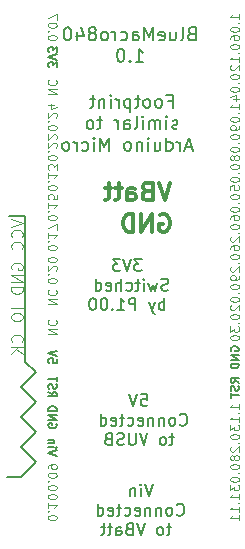
<source format=gbr>
G04 #@! TF.GenerationSoftware,KiCad,Pcbnew,(5.0.0)*
G04 #@! TF.CreationDate,2020-09-24T16:15:51-06:00*
G04 #@! TF.ProjectId,BlueMacro,426C75654D6163726F2E6B696361645F,rev?*
G04 #@! TF.SameCoordinates,Original*
G04 #@! TF.FileFunction,Legend,Bot*
G04 #@! TF.FilePolarity,Positive*
%FSLAX46Y46*%
G04 Gerber Fmt 4.6, Leading zero omitted, Abs format (unit mm)*
G04 Created by KiCad (PCBNEW (5.0.0)) date 09/24/20 16:15:51*
%MOMM*%
%LPD*%
G01*
G04 APERTURE LIST*
%ADD10C,0.150000*%
%ADD11C,0.170000*%
%ADD12C,0.100000*%
%ADD13C,0.300000*%
%ADD14C,0.200000*%
G04 APERTURE END LIST*
D10*
X49498095Y-50126380D02*
X48879047Y-50126380D01*
X49212380Y-50507333D01*
X49069523Y-50507333D01*
X48974285Y-50554952D01*
X48926666Y-50602571D01*
X48879047Y-50697809D01*
X48879047Y-50935904D01*
X48926666Y-51031142D01*
X48974285Y-51078761D01*
X49069523Y-51126380D01*
X49355238Y-51126380D01*
X49450476Y-51078761D01*
X49498095Y-51031142D01*
X48593333Y-50126380D02*
X48260000Y-51126380D01*
X47926666Y-50126380D01*
X47688571Y-50126380D02*
X47069523Y-50126380D01*
X47402857Y-50507333D01*
X47260000Y-50507333D01*
X47164761Y-50554952D01*
X47117142Y-50602571D01*
X47069523Y-50697809D01*
X47069523Y-50935904D01*
X47117142Y-51031142D01*
X47164761Y-51078761D01*
X47260000Y-51126380D01*
X47545714Y-51126380D01*
X47640952Y-51078761D01*
X47688571Y-51031142D01*
X51736190Y-52728761D02*
X51593333Y-52776380D01*
X51355238Y-52776380D01*
X51260000Y-52728761D01*
X51212380Y-52681142D01*
X51164761Y-52585904D01*
X51164761Y-52490666D01*
X51212380Y-52395428D01*
X51260000Y-52347809D01*
X51355238Y-52300190D01*
X51545714Y-52252571D01*
X51640952Y-52204952D01*
X51688571Y-52157333D01*
X51736190Y-52062095D01*
X51736190Y-51966857D01*
X51688571Y-51871619D01*
X51640952Y-51824000D01*
X51545714Y-51776380D01*
X51307619Y-51776380D01*
X51164761Y-51824000D01*
X50831428Y-52109714D02*
X50640952Y-52776380D01*
X50450476Y-52300190D01*
X50260000Y-52776380D01*
X50069523Y-52109714D01*
X49688571Y-52776380D02*
X49688571Y-52109714D01*
X49688571Y-51776380D02*
X49736190Y-51824000D01*
X49688571Y-51871619D01*
X49640952Y-51824000D01*
X49688571Y-51776380D01*
X49688571Y-51871619D01*
X49355238Y-52109714D02*
X48974285Y-52109714D01*
X49212380Y-51776380D02*
X49212380Y-52633523D01*
X49164761Y-52728761D01*
X49069523Y-52776380D01*
X48974285Y-52776380D01*
X48212380Y-52728761D02*
X48307619Y-52776380D01*
X48498095Y-52776380D01*
X48593333Y-52728761D01*
X48640952Y-52681142D01*
X48688571Y-52585904D01*
X48688571Y-52300190D01*
X48640952Y-52204952D01*
X48593333Y-52157333D01*
X48498095Y-52109714D01*
X48307619Y-52109714D01*
X48212380Y-52157333D01*
X47783809Y-52776380D02*
X47783809Y-51776380D01*
X47355238Y-52776380D02*
X47355238Y-52252571D01*
X47402857Y-52157333D01*
X47498095Y-52109714D01*
X47640952Y-52109714D01*
X47736190Y-52157333D01*
X47783809Y-52204952D01*
X46498095Y-52728761D02*
X46593333Y-52776380D01*
X46783809Y-52776380D01*
X46879047Y-52728761D01*
X46926666Y-52633523D01*
X46926666Y-52252571D01*
X46879047Y-52157333D01*
X46783809Y-52109714D01*
X46593333Y-52109714D01*
X46498095Y-52157333D01*
X46450476Y-52252571D01*
X46450476Y-52347809D01*
X46926666Y-52443047D01*
X45593333Y-52776380D02*
X45593333Y-51776380D01*
X45593333Y-52728761D02*
X45688571Y-52776380D01*
X45879047Y-52776380D01*
X45974285Y-52728761D01*
X46021904Y-52681142D01*
X46069523Y-52585904D01*
X46069523Y-52300190D01*
X46021904Y-52204952D01*
X45974285Y-52157333D01*
X45879047Y-52109714D01*
X45688571Y-52109714D01*
X45593333Y-52157333D01*
X51402857Y-54426380D02*
X51402857Y-53426380D01*
X51402857Y-53807333D02*
X51307619Y-53759714D01*
X51117142Y-53759714D01*
X51021904Y-53807333D01*
X50974285Y-53854952D01*
X50926666Y-53950190D01*
X50926666Y-54235904D01*
X50974285Y-54331142D01*
X51021904Y-54378761D01*
X51117142Y-54426380D01*
X51307619Y-54426380D01*
X51402857Y-54378761D01*
X50593333Y-53759714D02*
X50355238Y-54426380D01*
X50117142Y-53759714D02*
X50355238Y-54426380D01*
X50450476Y-54664476D01*
X50498095Y-54712095D01*
X50593333Y-54759714D01*
X48974285Y-54426380D02*
X48974285Y-53426380D01*
X48593333Y-53426380D01*
X48498095Y-53474000D01*
X48450476Y-53521619D01*
X48402857Y-53616857D01*
X48402857Y-53759714D01*
X48450476Y-53854952D01*
X48498095Y-53902571D01*
X48593333Y-53950190D01*
X48974285Y-53950190D01*
X47450476Y-54426380D02*
X48021904Y-54426380D01*
X47736190Y-54426380D02*
X47736190Y-53426380D01*
X47831428Y-53569238D01*
X47926666Y-53664476D01*
X48021904Y-53712095D01*
X47021904Y-54331142D02*
X46974285Y-54378761D01*
X47021904Y-54426380D01*
X47069523Y-54378761D01*
X47021904Y-54331142D01*
X47021904Y-54426380D01*
X46355238Y-53426380D02*
X46260000Y-53426380D01*
X46164761Y-53474000D01*
X46117142Y-53521619D01*
X46069523Y-53616857D01*
X46021904Y-53807333D01*
X46021904Y-54045428D01*
X46069523Y-54235904D01*
X46117142Y-54331142D01*
X46164761Y-54378761D01*
X46260000Y-54426380D01*
X46355238Y-54426380D01*
X46450476Y-54378761D01*
X46498095Y-54331142D01*
X46545714Y-54235904D01*
X46593333Y-54045428D01*
X46593333Y-53807333D01*
X46545714Y-53616857D01*
X46498095Y-53521619D01*
X46450476Y-53474000D01*
X46355238Y-53426380D01*
X45402857Y-53426380D02*
X45307619Y-53426380D01*
X45212380Y-53474000D01*
X45164761Y-53521619D01*
X45117142Y-53616857D01*
X45069523Y-53807333D01*
X45069523Y-54045428D01*
X45117142Y-54235904D01*
X45164761Y-54331142D01*
X45212380Y-54378761D01*
X45307619Y-54426380D01*
X45402857Y-54426380D01*
X45498095Y-54378761D01*
X45545714Y-54331142D01*
X45593333Y-54235904D01*
X45640952Y-54045428D01*
X45640952Y-53807333D01*
X45593333Y-53616857D01*
X45545714Y-53521619D01*
X45498095Y-53474000D01*
X45402857Y-53426380D01*
X49466476Y-61556380D02*
X49942666Y-61556380D01*
X49990285Y-62032571D01*
X49942666Y-61984952D01*
X49847428Y-61937333D01*
X49609333Y-61937333D01*
X49514095Y-61984952D01*
X49466476Y-62032571D01*
X49418857Y-62127809D01*
X49418857Y-62365904D01*
X49466476Y-62461142D01*
X49514095Y-62508761D01*
X49609333Y-62556380D01*
X49847428Y-62556380D01*
X49942666Y-62508761D01*
X49990285Y-62461142D01*
X49133142Y-61556380D02*
X48799809Y-62556380D01*
X48466476Y-61556380D01*
X52728380Y-64111142D02*
X52776000Y-64158761D01*
X52918857Y-64206380D01*
X53014095Y-64206380D01*
X53156952Y-64158761D01*
X53252190Y-64063523D01*
X53299809Y-63968285D01*
X53347428Y-63777809D01*
X53347428Y-63634952D01*
X53299809Y-63444476D01*
X53252190Y-63349238D01*
X53156952Y-63254000D01*
X53014095Y-63206380D01*
X52918857Y-63206380D01*
X52776000Y-63254000D01*
X52728380Y-63301619D01*
X52156952Y-64206380D02*
X52252190Y-64158761D01*
X52299809Y-64111142D01*
X52347428Y-64015904D01*
X52347428Y-63730190D01*
X52299809Y-63634952D01*
X52252190Y-63587333D01*
X52156952Y-63539714D01*
X52014095Y-63539714D01*
X51918857Y-63587333D01*
X51871238Y-63634952D01*
X51823619Y-63730190D01*
X51823619Y-64015904D01*
X51871238Y-64111142D01*
X51918857Y-64158761D01*
X52014095Y-64206380D01*
X52156952Y-64206380D01*
X51395047Y-63539714D02*
X51395047Y-64206380D01*
X51395047Y-63634952D02*
X51347428Y-63587333D01*
X51252190Y-63539714D01*
X51109333Y-63539714D01*
X51014095Y-63587333D01*
X50966476Y-63682571D01*
X50966476Y-64206380D01*
X50490285Y-63539714D02*
X50490285Y-64206380D01*
X50490285Y-63634952D02*
X50442666Y-63587333D01*
X50347428Y-63539714D01*
X50204571Y-63539714D01*
X50109333Y-63587333D01*
X50061714Y-63682571D01*
X50061714Y-64206380D01*
X49204571Y-64158761D02*
X49299809Y-64206380D01*
X49490285Y-64206380D01*
X49585523Y-64158761D01*
X49633142Y-64063523D01*
X49633142Y-63682571D01*
X49585523Y-63587333D01*
X49490285Y-63539714D01*
X49299809Y-63539714D01*
X49204571Y-63587333D01*
X49156952Y-63682571D01*
X49156952Y-63777809D01*
X49633142Y-63873047D01*
X48299809Y-64158761D02*
X48395047Y-64206380D01*
X48585523Y-64206380D01*
X48680761Y-64158761D01*
X48728380Y-64111142D01*
X48776000Y-64015904D01*
X48776000Y-63730190D01*
X48728380Y-63634952D01*
X48680761Y-63587333D01*
X48585523Y-63539714D01*
X48395047Y-63539714D01*
X48299809Y-63587333D01*
X48014095Y-63539714D02*
X47633142Y-63539714D01*
X47871238Y-63206380D02*
X47871238Y-64063523D01*
X47823619Y-64158761D01*
X47728380Y-64206380D01*
X47633142Y-64206380D01*
X46918857Y-64158761D02*
X47014095Y-64206380D01*
X47204571Y-64206380D01*
X47299809Y-64158761D01*
X47347428Y-64063523D01*
X47347428Y-63682571D01*
X47299809Y-63587333D01*
X47204571Y-63539714D01*
X47014095Y-63539714D01*
X46918857Y-63587333D01*
X46871238Y-63682571D01*
X46871238Y-63777809D01*
X47347428Y-63873047D01*
X46014095Y-64206380D02*
X46014095Y-63206380D01*
X46014095Y-64158761D02*
X46109333Y-64206380D01*
X46299809Y-64206380D01*
X46395047Y-64158761D01*
X46442666Y-64111142D01*
X46490285Y-64015904D01*
X46490285Y-63730190D01*
X46442666Y-63634952D01*
X46395047Y-63587333D01*
X46299809Y-63539714D01*
X46109333Y-63539714D01*
X46014095Y-63587333D01*
X52228380Y-65189714D02*
X51847428Y-65189714D01*
X52085523Y-64856380D02*
X52085523Y-65713523D01*
X52037904Y-65808761D01*
X51942666Y-65856380D01*
X51847428Y-65856380D01*
X51371238Y-65856380D02*
X51466476Y-65808761D01*
X51514095Y-65761142D01*
X51561714Y-65665904D01*
X51561714Y-65380190D01*
X51514095Y-65284952D01*
X51466476Y-65237333D01*
X51371238Y-65189714D01*
X51228380Y-65189714D01*
X51133142Y-65237333D01*
X51085523Y-65284952D01*
X51037904Y-65380190D01*
X51037904Y-65665904D01*
X51085523Y-65761142D01*
X51133142Y-65808761D01*
X51228380Y-65856380D01*
X51371238Y-65856380D01*
X49990285Y-64856380D02*
X49656952Y-65856380D01*
X49323619Y-64856380D01*
X48990285Y-64856380D02*
X48990285Y-65665904D01*
X48942666Y-65761142D01*
X48895047Y-65808761D01*
X48799809Y-65856380D01*
X48609333Y-65856380D01*
X48514095Y-65808761D01*
X48466476Y-65761142D01*
X48418857Y-65665904D01*
X48418857Y-64856380D01*
X47990285Y-65808761D02*
X47847428Y-65856380D01*
X47609333Y-65856380D01*
X47514095Y-65808761D01*
X47466476Y-65761142D01*
X47418857Y-65665904D01*
X47418857Y-65570666D01*
X47466476Y-65475428D01*
X47514095Y-65427809D01*
X47609333Y-65380190D01*
X47799809Y-65332571D01*
X47895047Y-65284952D01*
X47942666Y-65237333D01*
X47990285Y-65142095D01*
X47990285Y-65046857D01*
X47942666Y-64951619D01*
X47895047Y-64904000D01*
X47799809Y-64856380D01*
X47561714Y-64856380D01*
X47418857Y-64904000D01*
X46656952Y-65332571D02*
X46514095Y-65380190D01*
X46466476Y-65427809D01*
X46418857Y-65523047D01*
X46418857Y-65665904D01*
X46466476Y-65761142D01*
X46514095Y-65808761D01*
X46609333Y-65856380D01*
X46990285Y-65856380D01*
X46990285Y-64856380D01*
X46656952Y-64856380D01*
X46561714Y-64904000D01*
X46514095Y-64951619D01*
X46466476Y-65046857D01*
X46466476Y-65142095D01*
X46514095Y-65237333D01*
X46561714Y-65284952D01*
X46656952Y-65332571D01*
X46990285Y-65332571D01*
X50426761Y-69176380D02*
X50093428Y-70176380D01*
X49760095Y-69176380D01*
X49426761Y-70176380D02*
X49426761Y-69509714D01*
X49426761Y-69176380D02*
X49474380Y-69224000D01*
X49426761Y-69271619D01*
X49379142Y-69224000D01*
X49426761Y-69176380D01*
X49426761Y-69271619D01*
X48950571Y-69509714D02*
X48950571Y-70176380D01*
X48950571Y-69604952D02*
X48902952Y-69557333D01*
X48807714Y-69509714D01*
X48664857Y-69509714D01*
X48569619Y-69557333D01*
X48522000Y-69652571D01*
X48522000Y-70176380D01*
X52474380Y-71731142D02*
X52522000Y-71778761D01*
X52664857Y-71826380D01*
X52760095Y-71826380D01*
X52902952Y-71778761D01*
X52998190Y-71683523D01*
X53045809Y-71588285D01*
X53093428Y-71397809D01*
X53093428Y-71254952D01*
X53045809Y-71064476D01*
X52998190Y-70969238D01*
X52902952Y-70874000D01*
X52760095Y-70826380D01*
X52664857Y-70826380D01*
X52522000Y-70874000D01*
X52474380Y-70921619D01*
X51902952Y-71826380D02*
X51998190Y-71778761D01*
X52045809Y-71731142D01*
X52093428Y-71635904D01*
X52093428Y-71350190D01*
X52045809Y-71254952D01*
X51998190Y-71207333D01*
X51902952Y-71159714D01*
X51760095Y-71159714D01*
X51664857Y-71207333D01*
X51617238Y-71254952D01*
X51569619Y-71350190D01*
X51569619Y-71635904D01*
X51617238Y-71731142D01*
X51664857Y-71778761D01*
X51760095Y-71826380D01*
X51902952Y-71826380D01*
X51141047Y-71159714D02*
X51141047Y-71826380D01*
X51141047Y-71254952D02*
X51093428Y-71207333D01*
X50998190Y-71159714D01*
X50855333Y-71159714D01*
X50760095Y-71207333D01*
X50712476Y-71302571D01*
X50712476Y-71826380D01*
X50236285Y-71159714D02*
X50236285Y-71826380D01*
X50236285Y-71254952D02*
X50188666Y-71207333D01*
X50093428Y-71159714D01*
X49950571Y-71159714D01*
X49855333Y-71207333D01*
X49807714Y-71302571D01*
X49807714Y-71826380D01*
X48950571Y-71778761D02*
X49045809Y-71826380D01*
X49236285Y-71826380D01*
X49331523Y-71778761D01*
X49379142Y-71683523D01*
X49379142Y-71302571D01*
X49331523Y-71207333D01*
X49236285Y-71159714D01*
X49045809Y-71159714D01*
X48950571Y-71207333D01*
X48902952Y-71302571D01*
X48902952Y-71397809D01*
X49379142Y-71493047D01*
X48045809Y-71778761D02*
X48141047Y-71826380D01*
X48331523Y-71826380D01*
X48426761Y-71778761D01*
X48474380Y-71731142D01*
X48522000Y-71635904D01*
X48522000Y-71350190D01*
X48474380Y-71254952D01*
X48426761Y-71207333D01*
X48331523Y-71159714D01*
X48141047Y-71159714D01*
X48045809Y-71207333D01*
X47760095Y-71159714D02*
X47379142Y-71159714D01*
X47617238Y-70826380D02*
X47617238Y-71683523D01*
X47569619Y-71778761D01*
X47474380Y-71826380D01*
X47379142Y-71826380D01*
X46664857Y-71778761D02*
X46760095Y-71826380D01*
X46950571Y-71826380D01*
X47045809Y-71778761D01*
X47093428Y-71683523D01*
X47093428Y-71302571D01*
X47045809Y-71207333D01*
X46950571Y-71159714D01*
X46760095Y-71159714D01*
X46664857Y-71207333D01*
X46617238Y-71302571D01*
X46617238Y-71397809D01*
X47093428Y-71493047D01*
X45760095Y-71826380D02*
X45760095Y-70826380D01*
X45760095Y-71778761D02*
X45855333Y-71826380D01*
X46045809Y-71826380D01*
X46141047Y-71778761D01*
X46188666Y-71731142D01*
X46236285Y-71635904D01*
X46236285Y-71350190D01*
X46188666Y-71254952D01*
X46141047Y-71207333D01*
X46045809Y-71159714D01*
X45855333Y-71159714D01*
X45760095Y-71207333D01*
X51998190Y-72809714D02*
X51617238Y-72809714D01*
X51855333Y-72476380D02*
X51855333Y-73333523D01*
X51807714Y-73428761D01*
X51712476Y-73476380D01*
X51617238Y-73476380D01*
X51141047Y-73476380D02*
X51236285Y-73428761D01*
X51283904Y-73381142D01*
X51331523Y-73285904D01*
X51331523Y-73000190D01*
X51283904Y-72904952D01*
X51236285Y-72857333D01*
X51141047Y-72809714D01*
X50998190Y-72809714D01*
X50902952Y-72857333D01*
X50855333Y-72904952D01*
X50807714Y-73000190D01*
X50807714Y-73285904D01*
X50855333Y-73381142D01*
X50902952Y-73428761D01*
X50998190Y-73476380D01*
X51141047Y-73476380D01*
X49760095Y-72476380D02*
X49426761Y-73476380D01*
X49093428Y-72476380D01*
X48426761Y-72952571D02*
X48283904Y-73000190D01*
X48236285Y-73047809D01*
X48188666Y-73143047D01*
X48188666Y-73285904D01*
X48236285Y-73381142D01*
X48283904Y-73428761D01*
X48379142Y-73476380D01*
X48760095Y-73476380D01*
X48760095Y-72476380D01*
X48426761Y-72476380D01*
X48331523Y-72524000D01*
X48283904Y-72571619D01*
X48236285Y-72666857D01*
X48236285Y-72762095D01*
X48283904Y-72857333D01*
X48331523Y-72904952D01*
X48426761Y-72952571D01*
X48760095Y-72952571D01*
X47331523Y-73476380D02*
X47331523Y-72952571D01*
X47379142Y-72857333D01*
X47474380Y-72809714D01*
X47664857Y-72809714D01*
X47760095Y-72857333D01*
X47331523Y-73428761D02*
X47426761Y-73476380D01*
X47664857Y-73476380D01*
X47760095Y-73428761D01*
X47807714Y-73333523D01*
X47807714Y-73238285D01*
X47760095Y-73143047D01*
X47664857Y-73095428D01*
X47426761Y-73095428D01*
X47331523Y-73047809D01*
X46998190Y-72809714D02*
X46617238Y-72809714D01*
X46855333Y-72476380D02*
X46855333Y-73333523D01*
X46807714Y-73428761D01*
X46712476Y-73476380D01*
X46617238Y-73476380D01*
X46426761Y-72809714D02*
X46045809Y-72809714D01*
X46283904Y-72476380D02*
X46283904Y-73333523D01*
X46236285Y-73428761D01*
X46141047Y-73476380D01*
X46045809Y-73476380D01*
D11*
X53699714Y-31015428D02*
X53542571Y-31067809D01*
X53490190Y-31120190D01*
X53437809Y-31224952D01*
X53437809Y-31382095D01*
X53490190Y-31486857D01*
X53542571Y-31539238D01*
X53647333Y-31591619D01*
X54066380Y-31591619D01*
X54066380Y-30491619D01*
X53699714Y-30491619D01*
X53594952Y-30544000D01*
X53542571Y-30596380D01*
X53490190Y-30701142D01*
X53490190Y-30805904D01*
X53542571Y-30910666D01*
X53594952Y-30963047D01*
X53699714Y-31015428D01*
X54066380Y-31015428D01*
X52809238Y-31591619D02*
X52914000Y-31539238D01*
X52966380Y-31434476D01*
X52966380Y-30491619D01*
X51918761Y-30858285D02*
X51918761Y-31591619D01*
X52390190Y-30858285D02*
X52390190Y-31434476D01*
X52337809Y-31539238D01*
X52233047Y-31591619D01*
X52075904Y-31591619D01*
X51971142Y-31539238D01*
X51918761Y-31486857D01*
X50975904Y-31539238D02*
X51080666Y-31591619D01*
X51290190Y-31591619D01*
X51394952Y-31539238D01*
X51447333Y-31434476D01*
X51447333Y-31015428D01*
X51394952Y-30910666D01*
X51290190Y-30858285D01*
X51080666Y-30858285D01*
X50975904Y-30910666D01*
X50923523Y-31015428D01*
X50923523Y-31120190D01*
X51447333Y-31224952D01*
X50452095Y-31591619D02*
X50452095Y-30491619D01*
X50085428Y-31277333D01*
X49718761Y-30491619D01*
X49718761Y-31591619D01*
X48723523Y-31591619D02*
X48723523Y-31015428D01*
X48775904Y-30910666D01*
X48880666Y-30858285D01*
X49090190Y-30858285D01*
X49194952Y-30910666D01*
X48723523Y-31539238D02*
X48828285Y-31591619D01*
X49090190Y-31591619D01*
X49194952Y-31539238D01*
X49247333Y-31434476D01*
X49247333Y-31329714D01*
X49194952Y-31224952D01*
X49090190Y-31172571D01*
X48828285Y-31172571D01*
X48723523Y-31120190D01*
X47728285Y-31539238D02*
X47833047Y-31591619D01*
X48042571Y-31591619D01*
X48147333Y-31539238D01*
X48199714Y-31486857D01*
X48252095Y-31382095D01*
X48252095Y-31067809D01*
X48199714Y-30963047D01*
X48147333Y-30910666D01*
X48042571Y-30858285D01*
X47833047Y-30858285D01*
X47728285Y-30910666D01*
X47256857Y-31591619D02*
X47256857Y-30858285D01*
X47256857Y-31067809D02*
X47204476Y-30963047D01*
X47152095Y-30910666D01*
X47047333Y-30858285D01*
X46942571Y-30858285D01*
X46418761Y-31591619D02*
X46523523Y-31539238D01*
X46575904Y-31486857D01*
X46628285Y-31382095D01*
X46628285Y-31067809D01*
X46575904Y-30963047D01*
X46523523Y-30910666D01*
X46418761Y-30858285D01*
X46261619Y-30858285D01*
X46156857Y-30910666D01*
X46104476Y-30963047D01*
X46052095Y-31067809D01*
X46052095Y-31382095D01*
X46104476Y-31486857D01*
X46156857Y-31539238D01*
X46261619Y-31591619D01*
X46418761Y-31591619D01*
X45423523Y-30963047D02*
X45528285Y-30910666D01*
X45580666Y-30858285D01*
X45633047Y-30753523D01*
X45633047Y-30701142D01*
X45580666Y-30596380D01*
X45528285Y-30544000D01*
X45423523Y-30491619D01*
X45214000Y-30491619D01*
X45109238Y-30544000D01*
X45056857Y-30596380D01*
X45004476Y-30701142D01*
X45004476Y-30753523D01*
X45056857Y-30858285D01*
X45109238Y-30910666D01*
X45214000Y-30963047D01*
X45423523Y-30963047D01*
X45528285Y-31015428D01*
X45580666Y-31067809D01*
X45633047Y-31172571D01*
X45633047Y-31382095D01*
X45580666Y-31486857D01*
X45528285Y-31539238D01*
X45423523Y-31591619D01*
X45214000Y-31591619D01*
X45109238Y-31539238D01*
X45056857Y-31486857D01*
X45004476Y-31382095D01*
X45004476Y-31172571D01*
X45056857Y-31067809D01*
X45109238Y-31015428D01*
X45214000Y-30963047D01*
X44061619Y-30858285D02*
X44061619Y-31591619D01*
X44323523Y-30439238D02*
X44585428Y-31224952D01*
X43904476Y-31224952D01*
X43275904Y-30491619D02*
X43171142Y-30491619D01*
X43066380Y-30544000D01*
X43014000Y-30596380D01*
X42961619Y-30701142D01*
X42909238Y-30910666D01*
X42909238Y-31172571D01*
X42961619Y-31382095D01*
X43014000Y-31486857D01*
X43066380Y-31539238D01*
X43171142Y-31591619D01*
X43275904Y-31591619D01*
X43380666Y-31539238D01*
X43433047Y-31486857D01*
X43485428Y-31382095D01*
X43537809Y-31172571D01*
X43537809Y-30910666D01*
X43485428Y-30701142D01*
X43433047Y-30596380D01*
X43380666Y-30544000D01*
X43275904Y-30491619D01*
X48985428Y-33411619D02*
X49614000Y-33411619D01*
X49299714Y-33411619D02*
X49299714Y-32311619D01*
X49404476Y-32468761D01*
X49509238Y-32573523D01*
X49614000Y-32625904D01*
X48514000Y-33306857D02*
X48461619Y-33359238D01*
X48514000Y-33411619D01*
X48566380Y-33359238D01*
X48514000Y-33306857D01*
X48514000Y-33411619D01*
X47780666Y-32311619D02*
X47675904Y-32311619D01*
X47571142Y-32364000D01*
X47518761Y-32416380D01*
X47466380Y-32521142D01*
X47414000Y-32730666D01*
X47414000Y-32992571D01*
X47466380Y-33202095D01*
X47518761Y-33306857D01*
X47571142Y-33359238D01*
X47675904Y-33411619D01*
X47780666Y-33411619D01*
X47885428Y-33359238D01*
X47937809Y-33306857D01*
X47990190Y-33202095D01*
X48042571Y-32992571D01*
X48042571Y-32730666D01*
X47990190Y-32521142D01*
X47937809Y-32416380D01*
X47885428Y-32364000D01*
X47780666Y-32311619D01*
D12*
X57743285Y-70441428D02*
X57743285Y-70012857D01*
X57743285Y-70227142D02*
X56993285Y-70227142D01*
X57100428Y-70155714D01*
X57171857Y-70084285D01*
X57207571Y-70012857D01*
X57671857Y-70762857D02*
X57707571Y-70798571D01*
X57743285Y-70762857D01*
X57707571Y-70727142D01*
X57671857Y-70762857D01*
X57743285Y-70762857D01*
X57743285Y-71512857D02*
X57743285Y-71084285D01*
X57743285Y-71298571D02*
X56993285Y-71298571D01*
X57100428Y-71227142D01*
X57171857Y-71155714D01*
X57207571Y-71084285D01*
X57743285Y-72227142D02*
X57743285Y-71798571D01*
X57743285Y-72012857D02*
X56993285Y-72012857D01*
X57100428Y-71941428D01*
X57171857Y-71870000D01*
X57207571Y-71798571D01*
X56993285Y-67651428D02*
X56993285Y-67722857D01*
X57029000Y-67794285D01*
X57064714Y-67830000D01*
X57136142Y-67865714D01*
X57279000Y-67901428D01*
X57457571Y-67901428D01*
X57600428Y-67865714D01*
X57671857Y-67830000D01*
X57707571Y-67794285D01*
X57743285Y-67722857D01*
X57743285Y-67651428D01*
X57707571Y-67580000D01*
X57671857Y-67544285D01*
X57600428Y-67508571D01*
X57457571Y-67472857D01*
X57279000Y-67472857D01*
X57136142Y-67508571D01*
X57064714Y-67544285D01*
X57029000Y-67580000D01*
X56993285Y-67651428D01*
X57671857Y-68222857D02*
X57707571Y-68258571D01*
X57743285Y-68222857D01*
X57707571Y-68187142D01*
X57671857Y-68222857D01*
X57743285Y-68222857D01*
X56993285Y-68722857D02*
X56993285Y-68794285D01*
X57029000Y-68865714D01*
X57064714Y-68901428D01*
X57136142Y-68937142D01*
X57279000Y-68972857D01*
X57457571Y-68972857D01*
X57600428Y-68937142D01*
X57671857Y-68901428D01*
X57707571Y-68865714D01*
X57743285Y-68794285D01*
X57743285Y-68722857D01*
X57707571Y-68651428D01*
X57671857Y-68615714D01*
X57600428Y-68580000D01*
X57457571Y-68544285D01*
X57279000Y-68544285D01*
X57136142Y-68580000D01*
X57064714Y-68615714D01*
X57029000Y-68651428D01*
X56993285Y-68722857D01*
X56993285Y-69222857D02*
X56993285Y-69687142D01*
X57279000Y-69437142D01*
X57279000Y-69544285D01*
X57314714Y-69615714D01*
X57350428Y-69651428D01*
X57421857Y-69687142D01*
X57600428Y-69687142D01*
X57671857Y-69651428D01*
X57707571Y-69615714D01*
X57743285Y-69544285D01*
X57743285Y-69330000D01*
X57707571Y-69258571D01*
X57671857Y-69222857D01*
X56993285Y-65111428D02*
X56993285Y-65182857D01*
X57029000Y-65254285D01*
X57064714Y-65290000D01*
X57136142Y-65325714D01*
X57279000Y-65361428D01*
X57457571Y-65361428D01*
X57600428Y-65325714D01*
X57671857Y-65290000D01*
X57707571Y-65254285D01*
X57743285Y-65182857D01*
X57743285Y-65111428D01*
X57707571Y-65040000D01*
X57671857Y-65004285D01*
X57600428Y-64968571D01*
X57457571Y-64932857D01*
X57279000Y-64932857D01*
X57136142Y-64968571D01*
X57064714Y-65004285D01*
X57029000Y-65040000D01*
X56993285Y-65111428D01*
X57671857Y-65682857D02*
X57707571Y-65718571D01*
X57743285Y-65682857D01*
X57707571Y-65647142D01*
X57671857Y-65682857D01*
X57743285Y-65682857D01*
X57064714Y-66004285D02*
X57029000Y-66040000D01*
X56993285Y-66111428D01*
X56993285Y-66290000D01*
X57029000Y-66361428D01*
X57064714Y-66397142D01*
X57136142Y-66432857D01*
X57207571Y-66432857D01*
X57314714Y-66397142D01*
X57743285Y-65968571D01*
X57743285Y-66432857D01*
X57314714Y-66861428D02*
X57279000Y-66790000D01*
X57243285Y-66754285D01*
X57171857Y-66718571D01*
X57136142Y-66718571D01*
X57064714Y-66754285D01*
X57029000Y-66790000D01*
X56993285Y-66861428D01*
X56993285Y-67004285D01*
X57029000Y-67075714D01*
X57064714Y-67111428D01*
X57136142Y-67147142D01*
X57171857Y-67147142D01*
X57243285Y-67111428D01*
X57279000Y-67075714D01*
X57314714Y-67004285D01*
X57314714Y-66861428D01*
X57350428Y-66790000D01*
X57386142Y-66754285D01*
X57457571Y-66718571D01*
X57600428Y-66718571D01*
X57671857Y-66754285D01*
X57707571Y-66790000D01*
X57743285Y-66861428D01*
X57743285Y-67004285D01*
X57707571Y-67075714D01*
X57671857Y-67111428D01*
X57600428Y-67147142D01*
X57457571Y-67147142D01*
X57386142Y-67111428D01*
X57350428Y-67075714D01*
X57314714Y-67004285D01*
X57743285Y-62821428D02*
X57743285Y-62392857D01*
X57743285Y-62607142D02*
X56993285Y-62607142D01*
X57100428Y-62535714D01*
X57171857Y-62464285D01*
X57207571Y-62392857D01*
X57671857Y-63142857D02*
X57707571Y-63178571D01*
X57743285Y-63142857D01*
X57707571Y-63107142D01*
X57671857Y-63142857D01*
X57743285Y-63142857D01*
X57743285Y-63892857D02*
X57743285Y-63464285D01*
X57743285Y-63678571D02*
X56993285Y-63678571D01*
X57100428Y-63607142D01*
X57171857Y-63535714D01*
X57207571Y-63464285D01*
X56993285Y-64142857D02*
X56993285Y-64607142D01*
X57279000Y-64357142D01*
X57279000Y-64464285D01*
X57314714Y-64535714D01*
X57350428Y-64571428D01*
X57421857Y-64607142D01*
X57600428Y-64607142D01*
X57671857Y-64571428D01*
X57707571Y-64535714D01*
X57743285Y-64464285D01*
X57743285Y-64250000D01*
X57707571Y-64178571D01*
X57671857Y-64142857D01*
X56993285Y-54951428D02*
X56993285Y-55022857D01*
X57029000Y-55094285D01*
X57064714Y-55130000D01*
X57136142Y-55165714D01*
X57279000Y-55201428D01*
X57457571Y-55201428D01*
X57600428Y-55165714D01*
X57671857Y-55130000D01*
X57707571Y-55094285D01*
X57743285Y-55022857D01*
X57743285Y-54951428D01*
X57707571Y-54880000D01*
X57671857Y-54844285D01*
X57600428Y-54808571D01*
X57457571Y-54772857D01*
X57279000Y-54772857D01*
X57136142Y-54808571D01*
X57064714Y-54844285D01*
X57029000Y-54880000D01*
X56993285Y-54951428D01*
X57671857Y-55522857D02*
X57707571Y-55558571D01*
X57743285Y-55522857D01*
X57707571Y-55487142D01*
X57671857Y-55522857D01*
X57743285Y-55522857D01*
X56993285Y-55808571D02*
X56993285Y-56272857D01*
X57279000Y-56022857D01*
X57279000Y-56130000D01*
X57314714Y-56201428D01*
X57350428Y-56237142D01*
X57421857Y-56272857D01*
X57600428Y-56272857D01*
X57671857Y-56237142D01*
X57707571Y-56201428D01*
X57743285Y-56130000D01*
X57743285Y-55915714D01*
X57707571Y-55844285D01*
X57671857Y-55808571D01*
X56993285Y-56737142D02*
X56993285Y-56808571D01*
X57029000Y-56880000D01*
X57064714Y-56915714D01*
X57136142Y-56951428D01*
X57279000Y-56987142D01*
X57457571Y-56987142D01*
X57600428Y-56951428D01*
X57671857Y-56915714D01*
X57707571Y-56880000D01*
X57743285Y-56808571D01*
X57743285Y-56737142D01*
X57707571Y-56665714D01*
X57671857Y-56630000D01*
X57600428Y-56594285D01*
X57457571Y-56558571D01*
X57279000Y-56558571D01*
X57136142Y-56594285D01*
X57064714Y-56630000D01*
X57029000Y-56665714D01*
X56993285Y-56737142D01*
X56993285Y-52411428D02*
X56993285Y-52482857D01*
X57029000Y-52554285D01*
X57064714Y-52590000D01*
X57136142Y-52625714D01*
X57279000Y-52661428D01*
X57457571Y-52661428D01*
X57600428Y-52625714D01*
X57671857Y-52590000D01*
X57707571Y-52554285D01*
X57743285Y-52482857D01*
X57743285Y-52411428D01*
X57707571Y-52340000D01*
X57671857Y-52304285D01*
X57600428Y-52268571D01*
X57457571Y-52232857D01*
X57279000Y-52232857D01*
X57136142Y-52268571D01*
X57064714Y-52304285D01*
X57029000Y-52340000D01*
X56993285Y-52411428D01*
X57671857Y-52982857D02*
X57707571Y-53018571D01*
X57743285Y-52982857D01*
X57707571Y-52947142D01*
X57671857Y-52982857D01*
X57743285Y-52982857D01*
X56993285Y-53482857D02*
X56993285Y-53554285D01*
X57029000Y-53625714D01*
X57064714Y-53661428D01*
X57136142Y-53697142D01*
X57279000Y-53732857D01*
X57457571Y-53732857D01*
X57600428Y-53697142D01*
X57671857Y-53661428D01*
X57707571Y-53625714D01*
X57743285Y-53554285D01*
X57743285Y-53482857D01*
X57707571Y-53411428D01*
X57671857Y-53375714D01*
X57600428Y-53340000D01*
X57457571Y-53304285D01*
X57279000Y-53304285D01*
X57136142Y-53340000D01*
X57064714Y-53375714D01*
X57029000Y-53411428D01*
X56993285Y-53482857D01*
X57064714Y-54018571D02*
X57029000Y-54054285D01*
X56993285Y-54125714D01*
X56993285Y-54304285D01*
X57029000Y-54375714D01*
X57064714Y-54411428D01*
X57136142Y-54447142D01*
X57207571Y-54447142D01*
X57314714Y-54411428D01*
X57743285Y-53982857D01*
X57743285Y-54447142D01*
X56993285Y-49871428D02*
X56993285Y-49942857D01*
X57029000Y-50014285D01*
X57064714Y-50050000D01*
X57136142Y-50085714D01*
X57279000Y-50121428D01*
X57457571Y-50121428D01*
X57600428Y-50085714D01*
X57671857Y-50050000D01*
X57707571Y-50014285D01*
X57743285Y-49942857D01*
X57743285Y-49871428D01*
X57707571Y-49800000D01*
X57671857Y-49764285D01*
X57600428Y-49728571D01*
X57457571Y-49692857D01*
X57279000Y-49692857D01*
X57136142Y-49728571D01*
X57064714Y-49764285D01*
X57029000Y-49800000D01*
X56993285Y-49871428D01*
X57671857Y-50442857D02*
X57707571Y-50478571D01*
X57743285Y-50442857D01*
X57707571Y-50407142D01*
X57671857Y-50442857D01*
X57743285Y-50442857D01*
X57064714Y-50764285D02*
X57029000Y-50800000D01*
X56993285Y-50871428D01*
X56993285Y-51050000D01*
X57029000Y-51121428D01*
X57064714Y-51157142D01*
X57136142Y-51192857D01*
X57207571Y-51192857D01*
X57314714Y-51157142D01*
X57743285Y-50728571D01*
X57743285Y-51192857D01*
X57743285Y-51550000D02*
X57743285Y-51692857D01*
X57707571Y-51764285D01*
X57671857Y-51800000D01*
X57564714Y-51871428D01*
X57421857Y-51907142D01*
X57136142Y-51907142D01*
X57064714Y-51871428D01*
X57029000Y-51835714D01*
X56993285Y-51764285D01*
X56993285Y-51621428D01*
X57029000Y-51550000D01*
X57064714Y-51514285D01*
X57136142Y-51478571D01*
X57314714Y-51478571D01*
X57386142Y-51514285D01*
X57421857Y-51550000D01*
X57457571Y-51621428D01*
X57457571Y-51764285D01*
X57421857Y-51835714D01*
X57386142Y-51871428D01*
X57314714Y-51907142D01*
X56993285Y-47331428D02*
X56993285Y-47402857D01*
X57029000Y-47474285D01*
X57064714Y-47510000D01*
X57136142Y-47545714D01*
X57279000Y-47581428D01*
X57457571Y-47581428D01*
X57600428Y-47545714D01*
X57671857Y-47510000D01*
X57707571Y-47474285D01*
X57743285Y-47402857D01*
X57743285Y-47331428D01*
X57707571Y-47260000D01*
X57671857Y-47224285D01*
X57600428Y-47188571D01*
X57457571Y-47152857D01*
X57279000Y-47152857D01*
X57136142Y-47188571D01*
X57064714Y-47224285D01*
X57029000Y-47260000D01*
X56993285Y-47331428D01*
X57671857Y-47902857D02*
X57707571Y-47938571D01*
X57743285Y-47902857D01*
X57707571Y-47867142D01*
X57671857Y-47902857D01*
X57743285Y-47902857D01*
X57064714Y-48224285D02*
X57029000Y-48260000D01*
X56993285Y-48331428D01*
X56993285Y-48510000D01*
X57029000Y-48581428D01*
X57064714Y-48617142D01*
X57136142Y-48652857D01*
X57207571Y-48652857D01*
X57314714Y-48617142D01*
X57743285Y-48188571D01*
X57743285Y-48652857D01*
X56993285Y-49295714D02*
X56993285Y-49152857D01*
X57029000Y-49081428D01*
X57064714Y-49045714D01*
X57171857Y-48974285D01*
X57314714Y-48938571D01*
X57600428Y-48938571D01*
X57671857Y-48974285D01*
X57707571Y-49010000D01*
X57743285Y-49081428D01*
X57743285Y-49224285D01*
X57707571Y-49295714D01*
X57671857Y-49331428D01*
X57600428Y-49367142D01*
X57421857Y-49367142D01*
X57350428Y-49331428D01*
X57314714Y-49295714D01*
X57279000Y-49224285D01*
X57279000Y-49081428D01*
X57314714Y-49010000D01*
X57350428Y-48974285D01*
X57421857Y-48938571D01*
X56993285Y-44791428D02*
X56993285Y-44862857D01*
X57029000Y-44934285D01*
X57064714Y-44970000D01*
X57136142Y-45005714D01*
X57279000Y-45041428D01*
X57457571Y-45041428D01*
X57600428Y-45005714D01*
X57671857Y-44970000D01*
X57707571Y-44934285D01*
X57743285Y-44862857D01*
X57743285Y-44791428D01*
X57707571Y-44720000D01*
X57671857Y-44684285D01*
X57600428Y-44648571D01*
X57457571Y-44612857D01*
X57279000Y-44612857D01*
X57136142Y-44648571D01*
X57064714Y-44684285D01*
X57029000Y-44720000D01*
X56993285Y-44791428D01*
X57671857Y-45362857D02*
X57707571Y-45398571D01*
X57743285Y-45362857D01*
X57707571Y-45327142D01*
X57671857Y-45362857D01*
X57743285Y-45362857D01*
X56993285Y-45862857D02*
X56993285Y-45934285D01*
X57029000Y-46005714D01*
X57064714Y-46041428D01*
X57136142Y-46077142D01*
X57279000Y-46112857D01*
X57457571Y-46112857D01*
X57600428Y-46077142D01*
X57671857Y-46041428D01*
X57707571Y-46005714D01*
X57743285Y-45934285D01*
X57743285Y-45862857D01*
X57707571Y-45791428D01*
X57671857Y-45755714D01*
X57600428Y-45720000D01*
X57457571Y-45684285D01*
X57279000Y-45684285D01*
X57136142Y-45720000D01*
X57064714Y-45755714D01*
X57029000Y-45791428D01*
X56993285Y-45862857D01*
X56993285Y-46755714D02*
X56993285Y-46612857D01*
X57029000Y-46541428D01*
X57064714Y-46505714D01*
X57171857Y-46434285D01*
X57314714Y-46398571D01*
X57600428Y-46398571D01*
X57671857Y-46434285D01*
X57707571Y-46470000D01*
X57743285Y-46541428D01*
X57743285Y-46684285D01*
X57707571Y-46755714D01*
X57671857Y-46791428D01*
X57600428Y-46827142D01*
X57421857Y-46827142D01*
X57350428Y-46791428D01*
X57314714Y-46755714D01*
X57279000Y-46684285D01*
X57279000Y-46541428D01*
X57314714Y-46470000D01*
X57350428Y-46434285D01*
X57421857Y-46398571D01*
X56993285Y-42251428D02*
X56993285Y-42322857D01*
X57029000Y-42394285D01*
X57064714Y-42430000D01*
X57136142Y-42465714D01*
X57279000Y-42501428D01*
X57457571Y-42501428D01*
X57600428Y-42465714D01*
X57671857Y-42430000D01*
X57707571Y-42394285D01*
X57743285Y-42322857D01*
X57743285Y-42251428D01*
X57707571Y-42180000D01*
X57671857Y-42144285D01*
X57600428Y-42108571D01*
X57457571Y-42072857D01*
X57279000Y-42072857D01*
X57136142Y-42108571D01*
X57064714Y-42144285D01*
X57029000Y-42180000D01*
X56993285Y-42251428D01*
X57671857Y-42822857D02*
X57707571Y-42858571D01*
X57743285Y-42822857D01*
X57707571Y-42787142D01*
X57671857Y-42822857D01*
X57743285Y-42822857D01*
X56993285Y-43322857D02*
X56993285Y-43394285D01*
X57029000Y-43465714D01*
X57064714Y-43501428D01*
X57136142Y-43537142D01*
X57279000Y-43572857D01*
X57457571Y-43572857D01*
X57600428Y-43537142D01*
X57671857Y-43501428D01*
X57707571Y-43465714D01*
X57743285Y-43394285D01*
X57743285Y-43322857D01*
X57707571Y-43251428D01*
X57671857Y-43215714D01*
X57600428Y-43180000D01*
X57457571Y-43144285D01*
X57279000Y-43144285D01*
X57136142Y-43180000D01*
X57064714Y-43215714D01*
X57029000Y-43251428D01*
X56993285Y-43322857D01*
X56993285Y-44251428D02*
X56993285Y-43894285D01*
X57350428Y-43858571D01*
X57314714Y-43894285D01*
X57279000Y-43965714D01*
X57279000Y-44144285D01*
X57314714Y-44215714D01*
X57350428Y-44251428D01*
X57421857Y-44287142D01*
X57600428Y-44287142D01*
X57671857Y-44251428D01*
X57707571Y-44215714D01*
X57743285Y-44144285D01*
X57743285Y-43965714D01*
X57707571Y-43894285D01*
X57671857Y-43858571D01*
X56993285Y-39711428D02*
X56993285Y-39782857D01*
X57029000Y-39854285D01*
X57064714Y-39890000D01*
X57136142Y-39925714D01*
X57279000Y-39961428D01*
X57457571Y-39961428D01*
X57600428Y-39925714D01*
X57671857Y-39890000D01*
X57707571Y-39854285D01*
X57743285Y-39782857D01*
X57743285Y-39711428D01*
X57707571Y-39640000D01*
X57671857Y-39604285D01*
X57600428Y-39568571D01*
X57457571Y-39532857D01*
X57279000Y-39532857D01*
X57136142Y-39568571D01*
X57064714Y-39604285D01*
X57029000Y-39640000D01*
X56993285Y-39711428D01*
X57671857Y-40282857D02*
X57707571Y-40318571D01*
X57743285Y-40282857D01*
X57707571Y-40247142D01*
X57671857Y-40282857D01*
X57743285Y-40282857D01*
X56993285Y-40782857D02*
X56993285Y-40854285D01*
X57029000Y-40925714D01*
X57064714Y-40961428D01*
X57136142Y-40997142D01*
X57279000Y-41032857D01*
X57457571Y-41032857D01*
X57600428Y-40997142D01*
X57671857Y-40961428D01*
X57707571Y-40925714D01*
X57743285Y-40854285D01*
X57743285Y-40782857D01*
X57707571Y-40711428D01*
X57671857Y-40675714D01*
X57600428Y-40640000D01*
X57457571Y-40604285D01*
X57279000Y-40604285D01*
X57136142Y-40640000D01*
X57064714Y-40675714D01*
X57029000Y-40711428D01*
X56993285Y-40782857D01*
X57314714Y-41461428D02*
X57279000Y-41390000D01*
X57243285Y-41354285D01*
X57171857Y-41318571D01*
X57136142Y-41318571D01*
X57064714Y-41354285D01*
X57029000Y-41390000D01*
X56993285Y-41461428D01*
X56993285Y-41604285D01*
X57029000Y-41675714D01*
X57064714Y-41711428D01*
X57136142Y-41747142D01*
X57171857Y-41747142D01*
X57243285Y-41711428D01*
X57279000Y-41675714D01*
X57314714Y-41604285D01*
X57314714Y-41461428D01*
X57350428Y-41390000D01*
X57386142Y-41354285D01*
X57457571Y-41318571D01*
X57600428Y-41318571D01*
X57671857Y-41354285D01*
X57707571Y-41390000D01*
X57743285Y-41461428D01*
X57743285Y-41604285D01*
X57707571Y-41675714D01*
X57671857Y-41711428D01*
X57600428Y-41747142D01*
X57457571Y-41747142D01*
X57386142Y-41711428D01*
X57350428Y-41675714D01*
X57314714Y-41604285D01*
X57743285Y-37421428D02*
X57743285Y-36992857D01*
X57743285Y-37207142D02*
X56993285Y-37207142D01*
X57100428Y-37135714D01*
X57171857Y-37064285D01*
X57207571Y-36992857D01*
X57671857Y-37742857D02*
X57707571Y-37778571D01*
X57743285Y-37742857D01*
X57707571Y-37707142D01*
X57671857Y-37742857D01*
X57743285Y-37742857D01*
X56993285Y-38242857D02*
X56993285Y-38314285D01*
X57029000Y-38385714D01*
X57064714Y-38421428D01*
X57136142Y-38457142D01*
X57279000Y-38492857D01*
X57457571Y-38492857D01*
X57600428Y-38457142D01*
X57671857Y-38421428D01*
X57707571Y-38385714D01*
X57743285Y-38314285D01*
X57743285Y-38242857D01*
X57707571Y-38171428D01*
X57671857Y-38135714D01*
X57600428Y-38100000D01*
X57457571Y-38064285D01*
X57279000Y-38064285D01*
X57136142Y-38100000D01*
X57064714Y-38135714D01*
X57029000Y-38171428D01*
X56993285Y-38242857D01*
X57743285Y-38850000D02*
X57743285Y-38992857D01*
X57707571Y-39064285D01*
X57671857Y-39100000D01*
X57564714Y-39171428D01*
X57421857Y-39207142D01*
X57136142Y-39207142D01*
X57064714Y-39171428D01*
X57029000Y-39135714D01*
X56993285Y-39064285D01*
X56993285Y-38921428D01*
X57029000Y-38850000D01*
X57064714Y-38814285D01*
X57136142Y-38778571D01*
X57314714Y-38778571D01*
X57386142Y-38814285D01*
X57421857Y-38850000D01*
X57457571Y-38921428D01*
X57457571Y-39064285D01*
X57421857Y-39135714D01*
X57386142Y-39171428D01*
X57314714Y-39207142D01*
X56993285Y-34631428D02*
X56993285Y-34702857D01*
X57029000Y-34774285D01*
X57064714Y-34810000D01*
X57136142Y-34845714D01*
X57279000Y-34881428D01*
X57457571Y-34881428D01*
X57600428Y-34845714D01*
X57671857Y-34810000D01*
X57707571Y-34774285D01*
X57743285Y-34702857D01*
X57743285Y-34631428D01*
X57707571Y-34560000D01*
X57671857Y-34524285D01*
X57600428Y-34488571D01*
X57457571Y-34452857D01*
X57279000Y-34452857D01*
X57136142Y-34488571D01*
X57064714Y-34524285D01*
X57029000Y-34560000D01*
X56993285Y-34631428D01*
X57671857Y-35202857D02*
X57707571Y-35238571D01*
X57743285Y-35202857D01*
X57707571Y-35167142D01*
X57671857Y-35202857D01*
X57743285Y-35202857D01*
X56993285Y-35702857D02*
X56993285Y-35774285D01*
X57029000Y-35845714D01*
X57064714Y-35881428D01*
X57136142Y-35917142D01*
X57279000Y-35952857D01*
X57457571Y-35952857D01*
X57600428Y-35917142D01*
X57671857Y-35881428D01*
X57707571Y-35845714D01*
X57743285Y-35774285D01*
X57743285Y-35702857D01*
X57707571Y-35631428D01*
X57671857Y-35595714D01*
X57600428Y-35560000D01*
X57457571Y-35524285D01*
X57279000Y-35524285D01*
X57136142Y-35560000D01*
X57064714Y-35595714D01*
X57029000Y-35631428D01*
X56993285Y-35702857D01*
X57243285Y-36595714D02*
X57743285Y-36595714D01*
X56957571Y-36417142D02*
X57493285Y-36238571D01*
X57493285Y-36702857D01*
X56993285Y-32091428D02*
X56993285Y-32162857D01*
X57029000Y-32234285D01*
X57064714Y-32270000D01*
X57136142Y-32305714D01*
X57279000Y-32341428D01*
X57457571Y-32341428D01*
X57600428Y-32305714D01*
X57671857Y-32270000D01*
X57707571Y-32234285D01*
X57743285Y-32162857D01*
X57743285Y-32091428D01*
X57707571Y-32020000D01*
X57671857Y-31984285D01*
X57600428Y-31948571D01*
X57457571Y-31912857D01*
X57279000Y-31912857D01*
X57136142Y-31948571D01*
X57064714Y-31984285D01*
X57029000Y-32020000D01*
X56993285Y-32091428D01*
X57671857Y-32662857D02*
X57707571Y-32698571D01*
X57743285Y-32662857D01*
X57707571Y-32627142D01*
X57671857Y-32662857D01*
X57743285Y-32662857D01*
X57743285Y-33412857D02*
X57743285Y-32984285D01*
X57743285Y-33198571D02*
X56993285Y-33198571D01*
X57100428Y-33127142D01*
X57171857Y-33055714D01*
X57207571Y-32984285D01*
X57064714Y-33698571D02*
X57029000Y-33734285D01*
X56993285Y-33805714D01*
X56993285Y-33984285D01*
X57029000Y-34055714D01*
X57064714Y-34091428D01*
X57136142Y-34127142D01*
X57207571Y-34127142D01*
X57314714Y-34091428D01*
X57743285Y-33662857D01*
X57743285Y-34127142D01*
X57743285Y-29801428D02*
X57743285Y-29372857D01*
X57743285Y-29587142D02*
X56993285Y-29587142D01*
X57100428Y-29515714D01*
X57171857Y-29444285D01*
X57207571Y-29372857D01*
X57671857Y-30122857D02*
X57707571Y-30158571D01*
X57743285Y-30122857D01*
X57707571Y-30087142D01*
X57671857Y-30122857D01*
X57743285Y-30122857D01*
X56993285Y-30622857D02*
X56993285Y-30694285D01*
X57029000Y-30765714D01*
X57064714Y-30801428D01*
X57136142Y-30837142D01*
X57279000Y-30872857D01*
X57457571Y-30872857D01*
X57600428Y-30837142D01*
X57671857Y-30801428D01*
X57707571Y-30765714D01*
X57743285Y-30694285D01*
X57743285Y-30622857D01*
X57707571Y-30551428D01*
X57671857Y-30515714D01*
X57600428Y-30480000D01*
X57457571Y-30444285D01*
X57279000Y-30444285D01*
X57136142Y-30480000D01*
X57064714Y-30515714D01*
X57029000Y-30551428D01*
X56993285Y-30622857D01*
X56993285Y-31515714D02*
X56993285Y-31372857D01*
X57029000Y-31301428D01*
X57064714Y-31265714D01*
X57171857Y-31194285D01*
X57314714Y-31158571D01*
X57600428Y-31158571D01*
X57671857Y-31194285D01*
X57707571Y-31230000D01*
X57743285Y-31301428D01*
X57743285Y-31444285D01*
X57707571Y-31515714D01*
X57671857Y-31551428D01*
X57600428Y-31587142D01*
X57421857Y-31587142D01*
X57350428Y-31551428D01*
X57314714Y-31515714D01*
X57279000Y-31444285D01*
X57279000Y-31301428D01*
X57314714Y-31230000D01*
X57350428Y-31194285D01*
X57421857Y-31158571D01*
X42320714Y-69508571D02*
X42320714Y-69437142D01*
X42285000Y-69365714D01*
X42249285Y-69330000D01*
X42177857Y-69294285D01*
X42035000Y-69258571D01*
X41856428Y-69258571D01*
X41713571Y-69294285D01*
X41642142Y-69330000D01*
X41606428Y-69365714D01*
X41570714Y-69437142D01*
X41570714Y-69508571D01*
X41606428Y-69580000D01*
X41642142Y-69615714D01*
X41713571Y-69651428D01*
X41856428Y-69687142D01*
X42035000Y-69687142D01*
X42177857Y-69651428D01*
X42249285Y-69615714D01*
X42285000Y-69580000D01*
X42320714Y-69508571D01*
X41642142Y-68937142D02*
X41606428Y-68901428D01*
X41570714Y-68937142D01*
X41606428Y-68972857D01*
X41642142Y-68937142D01*
X41570714Y-68937142D01*
X42320714Y-68437142D02*
X42320714Y-68365714D01*
X42285000Y-68294285D01*
X42249285Y-68258571D01*
X42177857Y-68222857D01*
X42035000Y-68187142D01*
X41856428Y-68187142D01*
X41713571Y-68222857D01*
X41642142Y-68258571D01*
X41606428Y-68294285D01*
X41570714Y-68365714D01*
X41570714Y-68437142D01*
X41606428Y-68508571D01*
X41642142Y-68544285D01*
X41713571Y-68580000D01*
X41856428Y-68615714D01*
X42035000Y-68615714D01*
X42177857Y-68580000D01*
X42249285Y-68544285D01*
X42285000Y-68508571D01*
X42320714Y-68437142D01*
X41570714Y-67830000D02*
X41570714Y-67687142D01*
X41606428Y-67615714D01*
X41642142Y-67580000D01*
X41749285Y-67508571D01*
X41892142Y-67472857D01*
X42177857Y-67472857D01*
X42249285Y-67508571D01*
X42285000Y-67544285D01*
X42320714Y-67615714D01*
X42320714Y-67758571D01*
X42285000Y-67830000D01*
X42249285Y-67865714D01*
X42177857Y-67901428D01*
X41999285Y-67901428D01*
X41927857Y-67865714D01*
X41892142Y-67830000D01*
X41856428Y-67758571D01*
X41856428Y-67615714D01*
X41892142Y-67544285D01*
X41927857Y-67508571D01*
X41999285Y-67472857D01*
X42320714Y-72048571D02*
X42320714Y-71977142D01*
X42285000Y-71905714D01*
X42249285Y-71870000D01*
X42177857Y-71834285D01*
X42035000Y-71798571D01*
X41856428Y-71798571D01*
X41713571Y-71834285D01*
X41642142Y-71870000D01*
X41606428Y-71905714D01*
X41570714Y-71977142D01*
X41570714Y-72048571D01*
X41606428Y-72120000D01*
X41642142Y-72155714D01*
X41713571Y-72191428D01*
X41856428Y-72227142D01*
X42035000Y-72227142D01*
X42177857Y-72191428D01*
X42249285Y-72155714D01*
X42285000Y-72120000D01*
X42320714Y-72048571D01*
X41642142Y-71477142D02*
X41606428Y-71441428D01*
X41570714Y-71477142D01*
X41606428Y-71512857D01*
X41642142Y-71477142D01*
X41570714Y-71477142D01*
X41570714Y-70727142D02*
X41570714Y-71155714D01*
X41570714Y-70941428D02*
X42320714Y-70941428D01*
X42213571Y-71012857D01*
X42142142Y-71084285D01*
X42106428Y-71155714D01*
X42320714Y-70262857D02*
X42320714Y-70191428D01*
X42285000Y-70120000D01*
X42249285Y-70084285D01*
X42177857Y-70048571D01*
X42035000Y-70012857D01*
X41856428Y-70012857D01*
X41713571Y-70048571D01*
X41642142Y-70084285D01*
X41606428Y-70120000D01*
X41570714Y-70191428D01*
X41570714Y-70262857D01*
X41606428Y-70334285D01*
X41642142Y-70370000D01*
X41713571Y-70405714D01*
X41856428Y-70441428D01*
X42035000Y-70441428D01*
X42177857Y-70405714D01*
X42249285Y-70370000D01*
X42285000Y-70334285D01*
X42320714Y-70262857D01*
X41570714Y-56469285D02*
X42320714Y-56469285D01*
X41570714Y-56040714D01*
X42320714Y-56040714D01*
X41642142Y-55255000D02*
X41606428Y-55290714D01*
X41570714Y-55397857D01*
X41570714Y-55469285D01*
X41606428Y-55576428D01*
X41677857Y-55647857D01*
X41749285Y-55683571D01*
X41892142Y-55719285D01*
X41999285Y-55719285D01*
X42142142Y-55683571D01*
X42213571Y-55647857D01*
X42285000Y-55576428D01*
X42320714Y-55469285D01*
X42320714Y-55397857D01*
X42285000Y-55290714D01*
X42249285Y-55255000D01*
X41570714Y-53929285D02*
X42320714Y-53929285D01*
X41570714Y-53500714D01*
X42320714Y-53500714D01*
X41642142Y-52715000D02*
X41606428Y-52750714D01*
X41570714Y-52857857D01*
X41570714Y-52929285D01*
X41606428Y-53036428D01*
X41677857Y-53107857D01*
X41749285Y-53143571D01*
X41892142Y-53179285D01*
X41999285Y-53179285D01*
X42142142Y-53143571D01*
X42213571Y-53107857D01*
X42285000Y-53036428D01*
X42320714Y-52929285D01*
X42320714Y-52857857D01*
X42285000Y-52750714D01*
X42249285Y-52715000D01*
X42320714Y-51982571D02*
X42320714Y-51911142D01*
X42285000Y-51839714D01*
X42249285Y-51804000D01*
X42177857Y-51768285D01*
X42035000Y-51732571D01*
X41856428Y-51732571D01*
X41713571Y-51768285D01*
X41642142Y-51804000D01*
X41606428Y-51839714D01*
X41570714Y-51911142D01*
X41570714Y-51982571D01*
X41606428Y-52054000D01*
X41642142Y-52089714D01*
X41713571Y-52125428D01*
X41856428Y-52161142D01*
X42035000Y-52161142D01*
X42177857Y-52125428D01*
X42249285Y-52089714D01*
X42285000Y-52054000D01*
X42320714Y-51982571D01*
X41642142Y-51411142D02*
X41606428Y-51375428D01*
X41570714Y-51411142D01*
X41606428Y-51446857D01*
X41642142Y-51411142D01*
X41570714Y-51411142D01*
X42249285Y-51089714D02*
X42285000Y-51054000D01*
X42320714Y-50982571D01*
X42320714Y-50804000D01*
X42285000Y-50732571D01*
X42249285Y-50696857D01*
X42177857Y-50661142D01*
X42106428Y-50661142D01*
X41999285Y-50696857D01*
X41570714Y-51125428D01*
X41570714Y-50661142D01*
X42320714Y-50196857D02*
X42320714Y-50125428D01*
X42285000Y-50054000D01*
X42249285Y-50018285D01*
X42177857Y-49982571D01*
X42035000Y-49946857D01*
X41856428Y-49946857D01*
X41713571Y-49982571D01*
X41642142Y-50018285D01*
X41606428Y-50054000D01*
X41570714Y-50125428D01*
X41570714Y-50196857D01*
X41606428Y-50268285D01*
X41642142Y-50304000D01*
X41713571Y-50339714D01*
X41856428Y-50375428D01*
X42035000Y-50375428D01*
X42177857Y-50339714D01*
X42249285Y-50304000D01*
X42285000Y-50268285D01*
X42320714Y-50196857D01*
X42320714Y-49188571D02*
X42320714Y-49117142D01*
X42285000Y-49045714D01*
X42249285Y-49010000D01*
X42177857Y-48974285D01*
X42035000Y-48938571D01*
X41856428Y-48938571D01*
X41713571Y-48974285D01*
X41642142Y-49010000D01*
X41606428Y-49045714D01*
X41570714Y-49117142D01*
X41570714Y-49188571D01*
X41606428Y-49260000D01*
X41642142Y-49295714D01*
X41713571Y-49331428D01*
X41856428Y-49367142D01*
X42035000Y-49367142D01*
X42177857Y-49331428D01*
X42249285Y-49295714D01*
X42285000Y-49260000D01*
X42320714Y-49188571D01*
X41642142Y-48617142D02*
X41606428Y-48581428D01*
X41570714Y-48617142D01*
X41606428Y-48652857D01*
X41642142Y-48617142D01*
X41570714Y-48617142D01*
X41570714Y-47867142D02*
X41570714Y-48295714D01*
X41570714Y-48081428D02*
X42320714Y-48081428D01*
X42213571Y-48152857D01*
X42142142Y-48224285D01*
X42106428Y-48295714D01*
X42320714Y-47617142D02*
X42320714Y-47117142D01*
X41570714Y-47438571D01*
X42320714Y-46648571D02*
X42320714Y-46577142D01*
X42285000Y-46505714D01*
X42249285Y-46470000D01*
X42177857Y-46434285D01*
X42035000Y-46398571D01*
X41856428Y-46398571D01*
X41713571Y-46434285D01*
X41642142Y-46470000D01*
X41606428Y-46505714D01*
X41570714Y-46577142D01*
X41570714Y-46648571D01*
X41606428Y-46720000D01*
X41642142Y-46755714D01*
X41713571Y-46791428D01*
X41856428Y-46827142D01*
X42035000Y-46827142D01*
X42177857Y-46791428D01*
X42249285Y-46755714D01*
X42285000Y-46720000D01*
X42320714Y-46648571D01*
X41642142Y-46077142D02*
X41606428Y-46041428D01*
X41570714Y-46077142D01*
X41606428Y-46112857D01*
X41642142Y-46077142D01*
X41570714Y-46077142D01*
X41570714Y-45327142D02*
X41570714Y-45755714D01*
X41570714Y-45541428D02*
X42320714Y-45541428D01*
X42213571Y-45612857D01*
X42142142Y-45684285D01*
X42106428Y-45755714D01*
X42320714Y-44648571D02*
X42320714Y-45005714D01*
X41963571Y-45041428D01*
X41999285Y-45005714D01*
X42035000Y-44934285D01*
X42035000Y-44755714D01*
X41999285Y-44684285D01*
X41963571Y-44648571D01*
X41892142Y-44612857D01*
X41713571Y-44612857D01*
X41642142Y-44648571D01*
X41606428Y-44684285D01*
X41570714Y-44755714D01*
X41570714Y-44934285D01*
X41606428Y-45005714D01*
X41642142Y-45041428D01*
X42320714Y-44108571D02*
X42320714Y-44037142D01*
X42285000Y-43965714D01*
X42249285Y-43930000D01*
X42177857Y-43894285D01*
X42035000Y-43858571D01*
X41856428Y-43858571D01*
X41713571Y-43894285D01*
X41642142Y-43930000D01*
X41606428Y-43965714D01*
X41570714Y-44037142D01*
X41570714Y-44108571D01*
X41606428Y-44180000D01*
X41642142Y-44215714D01*
X41713571Y-44251428D01*
X41856428Y-44287142D01*
X42035000Y-44287142D01*
X42177857Y-44251428D01*
X42249285Y-44215714D01*
X42285000Y-44180000D01*
X42320714Y-44108571D01*
X41642142Y-43537142D02*
X41606428Y-43501428D01*
X41570714Y-43537142D01*
X41606428Y-43572857D01*
X41642142Y-43537142D01*
X41570714Y-43537142D01*
X41570714Y-42787142D02*
X41570714Y-43215714D01*
X41570714Y-43001428D02*
X42320714Y-43001428D01*
X42213571Y-43072857D01*
X42142142Y-43144285D01*
X42106428Y-43215714D01*
X42320714Y-42537142D02*
X42320714Y-42072857D01*
X42035000Y-42322857D01*
X42035000Y-42215714D01*
X41999285Y-42144285D01*
X41963571Y-42108571D01*
X41892142Y-42072857D01*
X41713571Y-42072857D01*
X41642142Y-42108571D01*
X41606428Y-42144285D01*
X41570714Y-42215714D01*
X41570714Y-42430000D01*
X41606428Y-42501428D01*
X41642142Y-42537142D01*
X42320714Y-41568571D02*
X42320714Y-41497142D01*
X42285000Y-41425714D01*
X42249285Y-41390000D01*
X42177857Y-41354285D01*
X42035000Y-41318571D01*
X41856428Y-41318571D01*
X41713571Y-41354285D01*
X41642142Y-41390000D01*
X41606428Y-41425714D01*
X41570714Y-41497142D01*
X41570714Y-41568571D01*
X41606428Y-41640000D01*
X41642142Y-41675714D01*
X41713571Y-41711428D01*
X41856428Y-41747142D01*
X42035000Y-41747142D01*
X42177857Y-41711428D01*
X42249285Y-41675714D01*
X42285000Y-41640000D01*
X42320714Y-41568571D01*
X41642142Y-40997142D02*
X41606428Y-40961428D01*
X41570714Y-40997142D01*
X41606428Y-41032857D01*
X41642142Y-40997142D01*
X41570714Y-40997142D01*
X42249285Y-40675714D02*
X42285000Y-40640000D01*
X42320714Y-40568571D01*
X42320714Y-40390000D01*
X42285000Y-40318571D01*
X42249285Y-40282857D01*
X42177857Y-40247142D01*
X42106428Y-40247142D01*
X41999285Y-40282857D01*
X41570714Y-40711428D01*
X41570714Y-40247142D01*
X42249285Y-39961428D02*
X42285000Y-39925714D01*
X42320714Y-39854285D01*
X42320714Y-39675714D01*
X42285000Y-39604285D01*
X42249285Y-39568571D01*
X42177857Y-39532857D01*
X42106428Y-39532857D01*
X41999285Y-39568571D01*
X41570714Y-39997142D01*
X41570714Y-39532857D01*
X42320714Y-39028571D02*
X42320714Y-38957142D01*
X42285000Y-38885714D01*
X42249285Y-38850000D01*
X42177857Y-38814285D01*
X42035000Y-38778571D01*
X41856428Y-38778571D01*
X41713571Y-38814285D01*
X41642142Y-38850000D01*
X41606428Y-38885714D01*
X41570714Y-38957142D01*
X41570714Y-39028571D01*
X41606428Y-39100000D01*
X41642142Y-39135714D01*
X41713571Y-39171428D01*
X41856428Y-39207142D01*
X42035000Y-39207142D01*
X42177857Y-39171428D01*
X42249285Y-39135714D01*
X42285000Y-39100000D01*
X42320714Y-39028571D01*
X41642142Y-38457142D02*
X41606428Y-38421428D01*
X41570714Y-38457142D01*
X41606428Y-38492857D01*
X41642142Y-38457142D01*
X41570714Y-38457142D01*
X42249285Y-38135714D02*
X42285000Y-38100000D01*
X42320714Y-38028571D01*
X42320714Y-37850000D01*
X42285000Y-37778571D01*
X42249285Y-37742857D01*
X42177857Y-37707142D01*
X42106428Y-37707142D01*
X41999285Y-37742857D01*
X41570714Y-38171428D01*
X41570714Y-37707142D01*
X42070714Y-37064285D02*
X41570714Y-37064285D01*
X42356428Y-37242857D02*
X41820714Y-37421428D01*
X41820714Y-36957142D01*
X41570714Y-36149285D02*
X42320714Y-36149285D01*
X41570714Y-35720714D01*
X42320714Y-35720714D01*
X41642142Y-34935000D02*
X41606428Y-34970714D01*
X41570714Y-35077857D01*
X41570714Y-35149285D01*
X41606428Y-35256428D01*
X41677857Y-35327857D01*
X41749285Y-35363571D01*
X41892142Y-35399285D01*
X41999285Y-35399285D01*
X42142142Y-35363571D01*
X42213571Y-35327857D01*
X42285000Y-35256428D01*
X42320714Y-35149285D01*
X42320714Y-35077857D01*
X42285000Y-34970714D01*
X42249285Y-34935000D01*
X42320714Y-31408571D02*
X42320714Y-31337142D01*
X42285000Y-31265714D01*
X42249285Y-31230000D01*
X42177857Y-31194285D01*
X42035000Y-31158571D01*
X41856428Y-31158571D01*
X41713571Y-31194285D01*
X41642142Y-31230000D01*
X41606428Y-31265714D01*
X41570714Y-31337142D01*
X41570714Y-31408571D01*
X41606428Y-31480000D01*
X41642142Y-31515714D01*
X41713571Y-31551428D01*
X41856428Y-31587142D01*
X42035000Y-31587142D01*
X42177857Y-31551428D01*
X42249285Y-31515714D01*
X42285000Y-31480000D01*
X42320714Y-31408571D01*
X41642142Y-30837142D02*
X41606428Y-30801428D01*
X41570714Y-30837142D01*
X41606428Y-30872857D01*
X41642142Y-30837142D01*
X41570714Y-30837142D01*
X42320714Y-30337142D02*
X42320714Y-30265714D01*
X42285000Y-30194285D01*
X42249285Y-30158571D01*
X42177857Y-30122857D01*
X42035000Y-30087142D01*
X41856428Y-30087142D01*
X41713571Y-30122857D01*
X41642142Y-30158571D01*
X41606428Y-30194285D01*
X41570714Y-30265714D01*
X41570714Y-30337142D01*
X41606428Y-30408571D01*
X41642142Y-30444285D01*
X41713571Y-30480000D01*
X41856428Y-30515714D01*
X42035000Y-30515714D01*
X42177857Y-30480000D01*
X42249285Y-30444285D01*
X42285000Y-30408571D01*
X42320714Y-30337142D01*
X42320714Y-29837142D02*
X42320714Y-29337142D01*
X41570714Y-29658571D01*
D11*
X51743333Y-36709428D02*
X52110000Y-36709428D01*
X52110000Y-37285619D02*
X52110000Y-36185619D01*
X51586190Y-36185619D01*
X51010000Y-37285619D02*
X51114761Y-37233238D01*
X51167142Y-37180857D01*
X51219523Y-37076095D01*
X51219523Y-36761809D01*
X51167142Y-36657047D01*
X51114761Y-36604666D01*
X51010000Y-36552285D01*
X50852857Y-36552285D01*
X50748095Y-36604666D01*
X50695714Y-36657047D01*
X50643333Y-36761809D01*
X50643333Y-37076095D01*
X50695714Y-37180857D01*
X50748095Y-37233238D01*
X50852857Y-37285619D01*
X51010000Y-37285619D01*
X50014761Y-37285619D02*
X50119523Y-37233238D01*
X50171904Y-37180857D01*
X50224285Y-37076095D01*
X50224285Y-36761809D01*
X50171904Y-36657047D01*
X50119523Y-36604666D01*
X50014761Y-36552285D01*
X49857619Y-36552285D01*
X49752857Y-36604666D01*
X49700476Y-36657047D01*
X49648095Y-36761809D01*
X49648095Y-37076095D01*
X49700476Y-37180857D01*
X49752857Y-37233238D01*
X49857619Y-37285619D01*
X50014761Y-37285619D01*
X49333809Y-36552285D02*
X48914761Y-36552285D01*
X49176666Y-36185619D02*
X49176666Y-37128476D01*
X49124285Y-37233238D01*
X49019523Y-37285619D01*
X48914761Y-37285619D01*
X48548095Y-36552285D02*
X48548095Y-37652285D01*
X48548095Y-36604666D02*
X48443333Y-36552285D01*
X48233809Y-36552285D01*
X48129047Y-36604666D01*
X48076666Y-36657047D01*
X48024285Y-36761809D01*
X48024285Y-37076095D01*
X48076666Y-37180857D01*
X48129047Y-37233238D01*
X48233809Y-37285619D01*
X48443333Y-37285619D01*
X48548095Y-37233238D01*
X47552857Y-37285619D02*
X47552857Y-36552285D01*
X47552857Y-36761809D02*
X47500476Y-36657047D01*
X47448095Y-36604666D01*
X47343333Y-36552285D01*
X47238571Y-36552285D01*
X46871904Y-37285619D02*
X46871904Y-36552285D01*
X46871904Y-36185619D02*
X46924285Y-36238000D01*
X46871904Y-36290380D01*
X46819523Y-36238000D01*
X46871904Y-36185619D01*
X46871904Y-36290380D01*
X46348095Y-36552285D02*
X46348095Y-37285619D01*
X46348095Y-36657047D02*
X46295714Y-36604666D01*
X46190952Y-36552285D01*
X46033809Y-36552285D01*
X45929047Y-36604666D01*
X45876666Y-36709428D01*
X45876666Y-37285619D01*
X45510000Y-36552285D02*
X45090952Y-36552285D01*
X45352857Y-36185619D02*
X45352857Y-37128476D01*
X45300476Y-37233238D01*
X45195714Y-37285619D01*
X45090952Y-37285619D01*
X52529047Y-39053238D02*
X52424285Y-39105619D01*
X52214761Y-39105619D01*
X52110000Y-39053238D01*
X52057619Y-38948476D01*
X52057619Y-38896095D01*
X52110000Y-38791333D01*
X52214761Y-38738952D01*
X52371904Y-38738952D01*
X52476666Y-38686571D01*
X52529047Y-38581809D01*
X52529047Y-38529428D01*
X52476666Y-38424666D01*
X52371904Y-38372285D01*
X52214761Y-38372285D01*
X52110000Y-38424666D01*
X51586190Y-39105619D02*
X51586190Y-38372285D01*
X51586190Y-38005619D02*
X51638571Y-38058000D01*
X51586190Y-38110380D01*
X51533809Y-38058000D01*
X51586190Y-38005619D01*
X51586190Y-38110380D01*
X51062380Y-39105619D02*
X51062380Y-38372285D01*
X51062380Y-38477047D02*
X51010000Y-38424666D01*
X50905238Y-38372285D01*
X50748095Y-38372285D01*
X50643333Y-38424666D01*
X50590952Y-38529428D01*
X50590952Y-39105619D01*
X50590952Y-38529428D02*
X50538571Y-38424666D01*
X50433809Y-38372285D01*
X50276666Y-38372285D01*
X50171904Y-38424666D01*
X50119523Y-38529428D01*
X50119523Y-39105619D01*
X49595714Y-39105619D02*
X49595714Y-38372285D01*
X49595714Y-38005619D02*
X49648095Y-38058000D01*
X49595714Y-38110380D01*
X49543333Y-38058000D01*
X49595714Y-38005619D01*
X49595714Y-38110380D01*
X48914761Y-39105619D02*
X49019523Y-39053238D01*
X49071904Y-38948476D01*
X49071904Y-38005619D01*
X48024285Y-39105619D02*
X48024285Y-38529428D01*
X48076666Y-38424666D01*
X48181428Y-38372285D01*
X48390952Y-38372285D01*
X48495714Y-38424666D01*
X48024285Y-39053238D02*
X48129047Y-39105619D01*
X48390952Y-39105619D01*
X48495714Y-39053238D01*
X48548095Y-38948476D01*
X48548095Y-38843714D01*
X48495714Y-38738952D01*
X48390952Y-38686571D01*
X48129047Y-38686571D01*
X48024285Y-38634190D01*
X47500476Y-39105619D02*
X47500476Y-38372285D01*
X47500476Y-38581809D02*
X47448095Y-38477047D01*
X47395714Y-38424666D01*
X47290952Y-38372285D01*
X47186190Y-38372285D01*
X46138571Y-38372285D02*
X45719523Y-38372285D01*
X45981428Y-38005619D02*
X45981428Y-38948476D01*
X45929047Y-39053238D01*
X45824285Y-39105619D01*
X45719523Y-39105619D01*
X45195714Y-39105619D02*
X45300476Y-39053238D01*
X45352857Y-39000857D01*
X45405238Y-38896095D01*
X45405238Y-38581809D01*
X45352857Y-38477047D01*
X45300476Y-38424666D01*
X45195714Y-38372285D01*
X45038571Y-38372285D01*
X44933809Y-38424666D01*
X44881428Y-38477047D01*
X44829047Y-38581809D01*
X44829047Y-38896095D01*
X44881428Y-39000857D01*
X44933809Y-39053238D01*
X45038571Y-39105619D01*
X45195714Y-39105619D01*
X53733809Y-40611333D02*
X53210000Y-40611333D01*
X53838571Y-40925619D02*
X53471904Y-39825619D01*
X53105238Y-40925619D01*
X52738571Y-40925619D02*
X52738571Y-40192285D01*
X52738571Y-40401809D02*
X52686190Y-40297047D01*
X52633809Y-40244666D01*
X52529047Y-40192285D01*
X52424285Y-40192285D01*
X51586190Y-40925619D02*
X51586190Y-39825619D01*
X51586190Y-40873238D02*
X51690952Y-40925619D01*
X51900476Y-40925619D01*
X52005238Y-40873238D01*
X52057619Y-40820857D01*
X52110000Y-40716095D01*
X52110000Y-40401809D01*
X52057619Y-40297047D01*
X52005238Y-40244666D01*
X51900476Y-40192285D01*
X51690952Y-40192285D01*
X51586190Y-40244666D01*
X50590952Y-40192285D02*
X50590952Y-40925619D01*
X51062380Y-40192285D02*
X51062380Y-40768476D01*
X51010000Y-40873238D01*
X50905238Y-40925619D01*
X50748095Y-40925619D01*
X50643333Y-40873238D01*
X50590952Y-40820857D01*
X50067142Y-40925619D02*
X50067142Y-40192285D01*
X50067142Y-39825619D02*
X50119523Y-39878000D01*
X50067142Y-39930380D01*
X50014761Y-39878000D01*
X50067142Y-39825619D01*
X50067142Y-39930380D01*
X49543333Y-40192285D02*
X49543333Y-40925619D01*
X49543333Y-40297047D02*
X49490952Y-40244666D01*
X49386190Y-40192285D01*
X49229047Y-40192285D01*
X49124285Y-40244666D01*
X49071904Y-40349428D01*
X49071904Y-40925619D01*
X48390952Y-40925619D02*
X48495714Y-40873238D01*
X48548095Y-40820857D01*
X48600476Y-40716095D01*
X48600476Y-40401809D01*
X48548095Y-40297047D01*
X48495714Y-40244666D01*
X48390952Y-40192285D01*
X48233809Y-40192285D01*
X48129047Y-40244666D01*
X48076666Y-40297047D01*
X48024285Y-40401809D01*
X48024285Y-40716095D01*
X48076666Y-40820857D01*
X48129047Y-40873238D01*
X48233809Y-40925619D01*
X48390952Y-40925619D01*
X46714761Y-40925619D02*
X46714761Y-39825619D01*
X46348095Y-40611333D01*
X45981428Y-39825619D01*
X45981428Y-40925619D01*
X45457619Y-40925619D02*
X45457619Y-40192285D01*
X45457619Y-39825619D02*
X45510000Y-39878000D01*
X45457619Y-39930380D01*
X45405238Y-39878000D01*
X45457619Y-39825619D01*
X45457619Y-39930380D01*
X44462380Y-40873238D02*
X44567142Y-40925619D01*
X44776666Y-40925619D01*
X44881428Y-40873238D01*
X44933809Y-40820857D01*
X44986190Y-40716095D01*
X44986190Y-40401809D01*
X44933809Y-40297047D01*
X44881428Y-40244666D01*
X44776666Y-40192285D01*
X44567142Y-40192285D01*
X44462380Y-40244666D01*
X43990952Y-40925619D02*
X43990952Y-40192285D01*
X43990952Y-40401809D02*
X43938571Y-40297047D01*
X43886190Y-40244666D01*
X43781428Y-40192285D01*
X43676666Y-40192285D01*
X43152857Y-40925619D02*
X43257619Y-40873238D01*
X43310000Y-40820857D01*
X43362380Y-40716095D01*
X43362380Y-40401809D01*
X43310000Y-40297047D01*
X43257619Y-40244666D01*
X43152857Y-40192285D01*
X42995714Y-40192285D01*
X42890952Y-40244666D01*
X42838571Y-40297047D01*
X42786190Y-40401809D01*
X42786190Y-40716095D01*
X42838571Y-40820857D01*
X42890952Y-40873238D01*
X42995714Y-40925619D01*
X43152857Y-40925619D01*
D13*
X51053857Y-46367000D02*
X51196714Y-46295571D01*
X51411000Y-46295571D01*
X51625285Y-46367000D01*
X51768142Y-46509857D01*
X51839571Y-46652714D01*
X51911000Y-46938428D01*
X51911000Y-47152714D01*
X51839571Y-47438428D01*
X51768142Y-47581285D01*
X51625285Y-47724142D01*
X51411000Y-47795571D01*
X51268142Y-47795571D01*
X51053857Y-47724142D01*
X50982428Y-47652714D01*
X50982428Y-47152714D01*
X51268142Y-47152714D01*
X50339571Y-47795571D02*
X50339571Y-46295571D01*
X49482428Y-47795571D01*
X49482428Y-46295571D01*
X48768142Y-47795571D02*
X48768142Y-46295571D01*
X48411000Y-46295571D01*
X48196714Y-46367000D01*
X48053857Y-46509857D01*
X47982428Y-46652714D01*
X47911000Y-46938428D01*
X47911000Y-47152714D01*
X47982428Y-47438428D01*
X48053857Y-47581285D01*
X48196714Y-47724142D01*
X48411000Y-47795571D01*
X48768142Y-47795571D01*
X51934714Y-43628571D02*
X51434714Y-45128571D01*
X50934714Y-43628571D01*
X49934714Y-44342857D02*
X49720428Y-44414285D01*
X49649000Y-44485714D01*
X49577571Y-44628571D01*
X49577571Y-44842857D01*
X49649000Y-44985714D01*
X49720428Y-45057142D01*
X49863285Y-45128571D01*
X50434714Y-45128571D01*
X50434714Y-43628571D01*
X49934714Y-43628571D01*
X49791857Y-43700000D01*
X49720428Y-43771428D01*
X49649000Y-43914285D01*
X49649000Y-44057142D01*
X49720428Y-44200000D01*
X49791857Y-44271428D01*
X49934714Y-44342857D01*
X50434714Y-44342857D01*
X48291857Y-45128571D02*
X48291857Y-44342857D01*
X48363285Y-44200000D01*
X48506142Y-44128571D01*
X48791857Y-44128571D01*
X48934714Y-44200000D01*
X48291857Y-45057142D02*
X48434714Y-45128571D01*
X48791857Y-45128571D01*
X48934714Y-45057142D01*
X49006142Y-44914285D01*
X49006142Y-44771428D01*
X48934714Y-44628571D01*
X48791857Y-44557142D01*
X48434714Y-44557142D01*
X48291857Y-44485714D01*
X47791857Y-44128571D02*
X47220428Y-44128571D01*
X47577571Y-43628571D02*
X47577571Y-44914285D01*
X47506142Y-45057142D01*
X47363285Y-45128571D01*
X47220428Y-45128571D01*
X46934714Y-44128571D02*
X46363285Y-44128571D01*
X46720428Y-43628571D02*
X46720428Y-44914285D01*
X46649000Y-45057142D01*
X46506142Y-45128571D01*
X46363285Y-45128571D01*
D14*
X39624000Y-58801000D02*
X40513000Y-59690000D01*
X39243000Y-68580000D02*
X38100000Y-68580000D01*
X40513000Y-67310000D02*
X39243000Y-68580000D01*
X39243000Y-66040000D02*
X40513000Y-67310000D01*
X40513000Y-64770000D02*
X39243000Y-66040000D01*
X39243000Y-63500000D02*
X40513000Y-64770000D01*
X40513000Y-62230000D02*
X39243000Y-63500000D01*
X39243000Y-60960000D02*
X40513000Y-62230000D01*
X40513000Y-59690000D02*
X39243000Y-60960000D01*
X39624000Y-46482000D02*
X39624000Y-58801000D01*
X38227000Y-46482000D02*
X39624000Y-46482000D01*
D12*
X38441380Y-46689095D02*
X39441380Y-47022428D01*
X38441380Y-47355761D01*
X39346142Y-48260523D02*
X39393761Y-48212904D01*
X39441380Y-48070047D01*
X39441380Y-47974809D01*
X39393761Y-47831952D01*
X39298523Y-47736714D01*
X39203285Y-47689095D01*
X39012809Y-47641476D01*
X38869952Y-47641476D01*
X38679476Y-47689095D01*
X38584238Y-47736714D01*
X38489000Y-47831952D01*
X38441380Y-47974809D01*
X38441380Y-48070047D01*
X38489000Y-48212904D01*
X38536619Y-48260523D01*
X39346142Y-49260523D02*
X39393761Y-49212904D01*
X39441380Y-49070047D01*
X39441380Y-48974809D01*
X39393761Y-48831952D01*
X39298523Y-48736714D01*
X39203285Y-48689095D01*
X39012809Y-48641476D01*
X38869952Y-48641476D01*
X38679476Y-48689095D01*
X38584238Y-48736714D01*
X38489000Y-48831952D01*
X38441380Y-48974809D01*
X38441380Y-49070047D01*
X38489000Y-49212904D01*
X38536619Y-49260523D01*
X38489000Y-50974809D02*
X38441380Y-50879571D01*
X38441380Y-50736714D01*
X38489000Y-50593857D01*
X38584238Y-50498619D01*
X38679476Y-50451000D01*
X38869952Y-50403380D01*
X39012809Y-50403380D01*
X39203285Y-50451000D01*
X39298523Y-50498619D01*
X39393761Y-50593857D01*
X39441380Y-50736714D01*
X39441380Y-50831952D01*
X39393761Y-50974809D01*
X39346142Y-51022428D01*
X39012809Y-51022428D01*
X39012809Y-50831952D01*
X39441380Y-51451000D02*
X38441380Y-51451000D01*
X39441380Y-52022428D01*
X38441380Y-52022428D01*
X39441380Y-52498619D02*
X38441380Y-52498619D01*
X38441380Y-52736714D01*
X38489000Y-52879571D01*
X38584238Y-52974809D01*
X38679476Y-53022428D01*
X38869952Y-53070047D01*
X39012809Y-53070047D01*
X39203285Y-53022428D01*
X39298523Y-52974809D01*
X39393761Y-52879571D01*
X39441380Y-52736714D01*
X39441380Y-52498619D01*
X39441380Y-54260523D02*
X38441380Y-54260523D01*
X38441380Y-54927190D02*
X38441380Y-55117666D01*
X38489000Y-55212904D01*
X38584238Y-55308142D01*
X38774714Y-55355761D01*
X39108047Y-55355761D01*
X39298523Y-55308142D01*
X39393761Y-55212904D01*
X39441380Y-55117666D01*
X39441380Y-54927190D01*
X39393761Y-54831952D01*
X39298523Y-54736714D01*
X39108047Y-54689095D01*
X38774714Y-54689095D01*
X38584238Y-54736714D01*
X38489000Y-54831952D01*
X38441380Y-54927190D01*
X39346142Y-57117666D02*
X39393761Y-57070047D01*
X39441380Y-56927190D01*
X39441380Y-56831952D01*
X39393761Y-56689095D01*
X39298523Y-56593857D01*
X39203285Y-56546238D01*
X39012809Y-56498619D01*
X38869952Y-56498619D01*
X38679476Y-56546238D01*
X38584238Y-56593857D01*
X38489000Y-56689095D01*
X38441380Y-56831952D01*
X38441380Y-56927190D01*
X38489000Y-57070047D01*
X38536619Y-57117666D01*
X39441380Y-57546238D02*
X38441380Y-57546238D01*
X39441380Y-58117666D02*
X38869952Y-57689095D01*
X38441380Y-58117666D02*
X39012809Y-57546238D01*
G04 #@! TO.C,U4*
D10*
X42293333Y-33886666D02*
X42293333Y-33453333D01*
X42026666Y-33686666D01*
X42026666Y-33586666D01*
X41993333Y-33520000D01*
X41960000Y-33486666D01*
X41893333Y-33453333D01*
X41726666Y-33453333D01*
X41660000Y-33486666D01*
X41626666Y-33520000D01*
X41593333Y-33586666D01*
X41593333Y-33786666D01*
X41626666Y-33853333D01*
X41660000Y-33886666D01*
X42293333Y-33253333D02*
X41593333Y-33020000D01*
X42293333Y-32786666D01*
X42293333Y-32620000D02*
X42293333Y-32186666D01*
X42026666Y-32420000D01*
X42026666Y-32320000D01*
X41993333Y-32253333D01*
X41960000Y-32220000D01*
X41893333Y-32186666D01*
X41726666Y-32186666D01*
X41660000Y-32220000D01*
X41626666Y-32253333D01*
X41593333Y-32320000D01*
X41593333Y-32520000D01*
X41626666Y-32586666D01*
X41660000Y-32620000D01*
X41593333Y-61343333D02*
X41926666Y-61576666D01*
X41593333Y-61743333D02*
X42293333Y-61743333D01*
X42293333Y-61476666D01*
X42260000Y-61410000D01*
X42226666Y-61376666D01*
X42160000Y-61343333D01*
X42060000Y-61343333D01*
X41993333Y-61376666D01*
X41960000Y-61410000D01*
X41926666Y-61476666D01*
X41926666Y-61743333D01*
X41626666Y-61076666D02*
X41593333Y-60976666D01*
X41593333Y-60810000D01*
X41626666Y-60743333D01*
X41660000Y-60710000D01*
X41726666Y-60676666D01*
X41793333Y-60676666D01*
X41860000Y-60710000D01*
X41893333Y-60743333D01*
X41926666Y-60810000D01*
X41960000Y-60943333D01*
X41993333Y-61010000D01*
X42026666Y-61043333D01*
X42093333Y-61076666D01*
X42160000Y-61076666D01*
X42226666Y-61043333D01*
X42260000Y-61010000D01*
X42293333Y-60943333D01*
X42293333Y-60776666D01*
X42260000Y-60676666D01*
X42293333Y-60476666D02*
X42293333Y-60076666D01*
X41593333Y-60276666D02*
X42293333Y-60276666D01*
X57054000Y-57886666D02*
X57020666Y-57820000D01*
X57020666Y-57720000D01*
X57054000Y-57620000D01*
X57120666Y-57553333D01*
X57187333Y-57520000D01*
X57320666Y-57486666D01*
X57420666Y-57486666D01*
X57554000Y-57520000D01*
X57620666Y-57553333D01*
X57687333Y-57620000D01*
X57720666Y-57720000D01*
X57720666Y-57786666D01*
X57687333Y-57886666D01*
X57654000Y-57920000D01*
X57420666Y-57920000D01*
X57420666Y-57786666D01*
X57720666Y-58220000D02*
X57020666Y-58220000D01*
X57720666Y-58620000D01*
X57020666Y-58620000D01*
X57720666Y-58953333D02*
X57020666Y-58953333D01*
X57020666Y-59120000D01*
X57054000Y-59220000D01*
X57120666Y-59286666D01*
X57187333Y-59320000D01*
X57320666Y-59353333D01*
X57420666Y-59353333D01*
X57554000Y-59320000D01*
X57620666Y-59286666D01*
X57687333Y-59220000D01*
X57720666Y-59120000D01*
X57720666Y-58953333D01*
X42293333Y-58553333D02*
X42293333Y-58886666D01*
X41960000Y-58920000D01*
X41993333Y-58886666D01*
X42026666Y-58820000D01*
X42026666Y-58653333D01*
X41993333Y-58586666D01*
X41960000Y-58553333D01*
X41893333Y-58520000D01*
X41726666Y-58520000D01*
X41660000Y-58553333D01*
X41626666Y-58586666D01*
X41593333Y-58653333D01*
X41593333Y-58820000D01*
X41626666Y-58886666D01*
X41660000Y-58920000D01*
X42293333Y-58320000D02*
X41593333Y-58086666D01*
X42293333Y-57853333D01*
X57720666Y-60576666D02*
X57387333Y-60343333D01*
X57720666Y-60176666D02*
X57020666Y-60176666D01*
X57020666Y-60443333D01*
X57054000Y-60510000D01*
X57087333Y-60543333D01*
X57154000Y-60576666D01*
X57254000Y-60576666D01*
X57320666Y-60543333D01*
X57354000Y-60510000D01*
X57387333Y-60443333D01*
X57387333Y-60176666D01*
X57687333Y-60843333D02*
X57720666Y-60943333D01*
X57720666Y-61110000D01*
X57687333Y-61176666D01*
X57654000Y-61210000D01*
X57587333Y-61243333D01*
X57520666Y-61243333D01*
X57454000Y-61210000D01*
X57420666Y-61176666D01*
X57387333Y-61110000D01*
X57354000Y-60976666D01*
X57320666Y-60910000D01*
X57287333Y-60876666D01*
X57220666Y-60843333D01*
X57154000Y-60843333D01*
X57087333Y-60876666D01*
X57054000Y-60910000D01*
X57020666Y-60976666D01*
X57020666Y-61143333D01*
X57054000Y-61243333D01*
X57020666Y-61443333D02*
X57020666Y-61843333D01*
X57720666Y-61643333D02*
X57020666Y-61643333D01*
X42260000Y-64033333D02*
X42293333Y-64100000D01*
X42293333Y-64200000D01*
X42260000Y-64300000D01*
X42193333Y-64366666D01*
X42126666Y-64400000D01*
X41993333Y-64433333D01*
X41893333Y-64433333D01*
X41760000Y-64400000D01*
X41693333Y-64366666D01*
X41626666Y-64300000D01*
X41593333Y-64200000D01*
X41593333Y-64133333D01*
X41626666Y-64033333D01*
X41660000Y-64000000D01*
X41893333Y-64000000D01*
X41893333Y-64133333D01*
X41593333Y-63700000D02*
X42293333Y-63700000D01*
X41593333Y-63300000D01*
X42293333Y-63300000D01*
X41593333Y-62966666D02*
X42293333Y-62966666D01*
X42293333Y-62800000D01*
X42260000Y-62700000D01*
X42193333Y-62633333D01*
X42126666Y-62600000D01*
X41993333Y-62566666D01*
X41893333Y-62566666D01*
X41760000Y-62600000D01*
X41693333Y-62633333D01*
X41626666Y-62700000D01*
X41593333Y-62800000D01*
X41593333Y-62966666D01*
X42293333Y-66756666D02*
X41593333Y-66523333D01*
X42293333Y-66290000D01*
X41593333Y-66056666D02*
X42060000Y-66056666D01*
X42293333Y-66056666D02*
X42260000Y-66090000D01*
X42226666Y-66056666D01*
X42260000Y-66023333D01*
X42293333Y-66056666D01*
X42226666Y-66056666D01*
X42060000Y-65723333D02*
X41593333Y-65723333D01*
X41993333Y-65723333D02*
X42026666Y-65690000D01*
X42060000Y-65623333D01*
X42060000Y-65523333D01*
X42026666Y-65456666D01*
X41960000Y-65423333D01*
X41593333Y-65423333D01*
G04 #@! TD*
M02*

</source>
